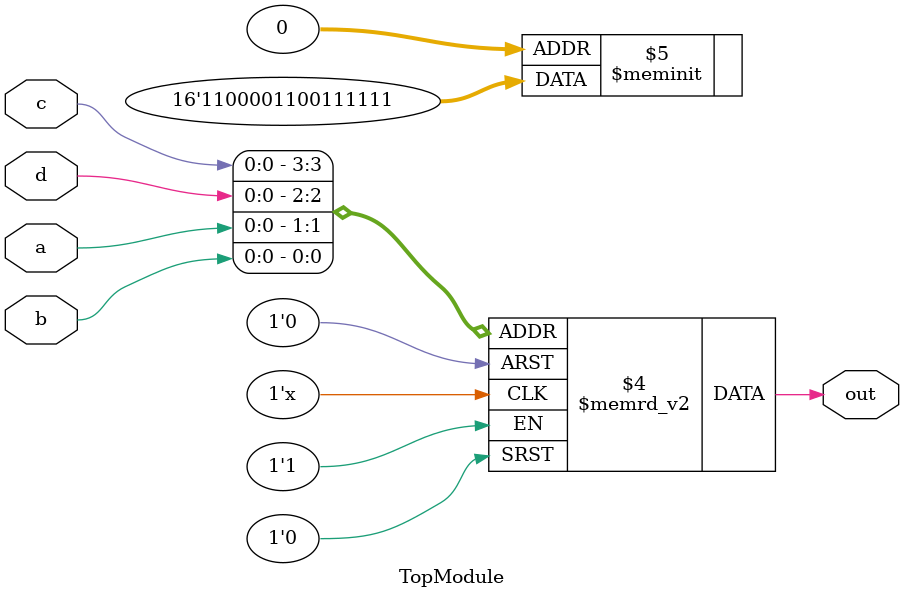
<source format=sv>
module TopModule (
    input logic a,
    input logic b,
    input logic c,
    input logic d,
    output logic out
);

    always @(*) begin
        case ({c, d, a, b})
            4'b0000, 4'b0001, 4'b0010, 4'b0011, // c == 0 && d == 0
            4'b0100, 4'b0101,                  // c == 0 && d == 1
            4'b1110, 4'b1111,                  // c == 1 && d == 1
            4'b1000, 4'b1001:                  // c == 1 && d == 0
                out = 1'b1;
            default:
                out = 1'b0;
        endcase
    end

endmodule
</source>
